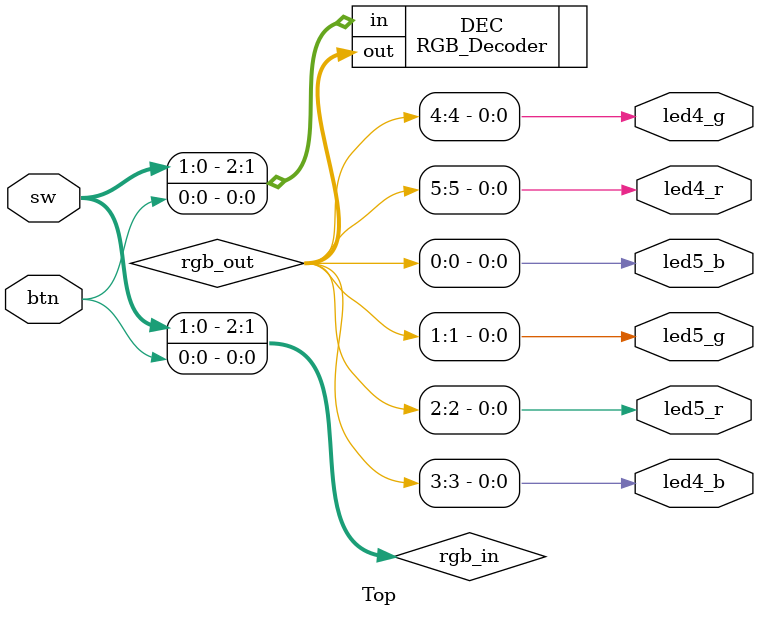
<source format=v>
`timescale 1ns / 1ps

module Top(
    input [1:0] sw,
    input [3:0] btn,
    output led4_r, led4_g, led4_b, led5_r, led5_g, led5_b
    );
    
    wire [2:0] rgb_in;
    wire [5:0] rgb_out;
    
    RGB_Decoder DEC(
        .in(rgb_in),
        .out(rgb_out)
    );
    
    assign rgb_in[0] = btn[0];
    assign rgb_in[1] = sw[0];
    assign rgb_in[2] = sw[1];
    
    assign led4_r = rgb_out[5];
    assign led4_g = rgb_out[4];
    assign led4_b = rgb_out[3];
    assign led5_r = rgb_out[2];
    assign led5_g = rgb_out[1];
    assign led5_b = rgb_out[0];
    
endmodule

</source>
